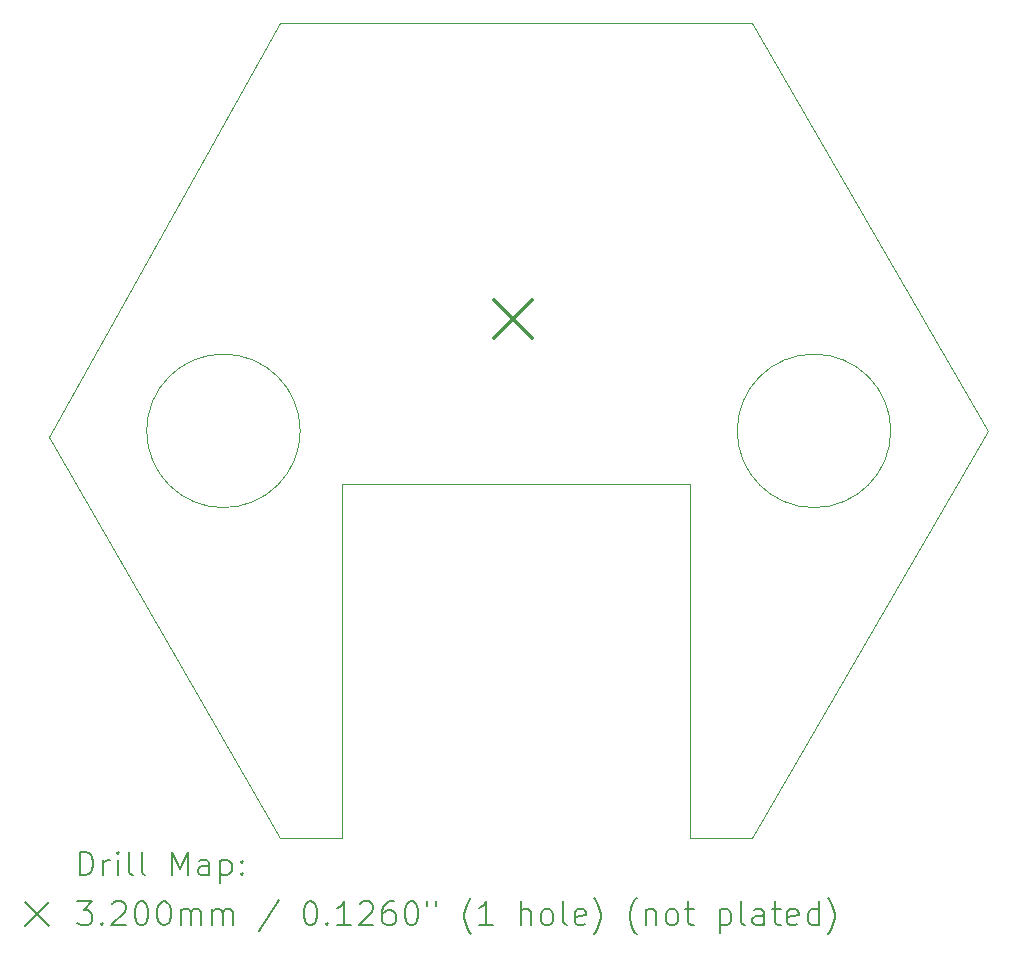
<source format=gbr>
%TF.GenerationSoftware,KiCad,Pcbnew,9.0.6*%
%TF.CreationDate,2025-11-24T14:03:00+01:00*%
%TF.ProjectId,hex-dna,6865782d-646e-4612-9e6b-696361645f70,rev?*%
%TF.SameCoordinates,Original*%
%TF.FileFunction,Drillmap*%
%TF.FilePolarity,Positive*%
%FSLAX45Y45*%
G04 Gerber Fmt 4.5, Leading zero omitted, Abs format (unit mm)*
G04 Created by KiCad (PCBNEW 9.0.6) date 2025-11-24 14:03:00*
%MOMM*%
%LPD*%
G01*
G04 APERTURE LIST*
%ADD10C,0.050000*%
%ADD11C,0.200000*%
%ADD12C,0.320000*%
G04 APERTURE END LIST*
D10*
X10025000Y-5300000D02*
X8025000Y-8750000D01*
X4550000Y-5750000D02*
X4550000Y-8750000D01*
X4550000Y-8750000D02*
X4025000Y-8750000D01*
X7500000Y-8750000D02*
X7500000Y-5750000D01*
X2075000Y-5350000D02*
X4025000Y-1850000D01*
X7500000Y-5750000D02*
X4550000Y-5750000D01*
X4025000Y-1850000D02*
X8025000Y-1850000D01*
X4025000Y-8750000D02*
X2075000Y-5350000D01*
X4200000Y-5300000D02*
G75*
G02*
X2900000Y-5300000I-650000J0D01*
G01*
X2900000Y-5300000D02*
G75*
G02*
X4200000Y-5300000I650000J0D01*
G01*
X8025000Y-1850000D02*
X10025000Y-5300000D01*
X9200000Y-5300000D02*
G75*
G02*
X7900000Y-5300000I-650000J0D01*
G01*
X7900000Y-5300000D02*
G75*
G02*
X9200000Y-5300000I650000J0D01*
G01*
X8025000Y-8750000D02*
X7500000Y-8750000D01*
D11*
D12*
X5840000Y-4190000D02*
X6160000Y-4510000D01*
X6160000Y-4190000D02*
X5840000Y-4510000D01*
D11*
X2333277Y-9063984D02*
X2333277Y-8863984D01*
X2333277Y-8863984D02*
X2380896Y-8863984D01*
X2380896Y-8863984D02*
X2409467Y-8873508D01*
X2409467Y-8873508D02*
X2428515Y-8892555D01*
X2428515Y-8892555D02*
X2438039Y-8911603D01*
X2438039Y-8911603D02*
X2447563Y-8949698D01*
X2447563Y-8949698D02*
X2447563Y-8978270D01*
X2447563Y-8978270D02*
X2438039Y-9016365D01*
X2438039Y-9016365D02*
X2428515Y-9035412D01*
X2428515Y-9035412D02*
X2409467Y-9054460D01*
X2409467Y-9054460D02*
X2380896Y-9063984D01*
X2380896Y-9063984D02*
X2333277Y-9063984D01*
X2533277Y-9063984D02*
X2533277Y-8930650D01*
X2533277Y-8968746D02*
X2542801Y-8949698D01*
X2542801Y-8949698D02*
X2552324Y-8940174D01*
X2552324Y-8940174D02*
X2571372Y-8930650D01*
X2571372Y-8930650D02*
X2590420Y-8930650D01*
X2657086Y-9063984D02*
X2657086Y-8930650D01*
X2657086Y-8863984D02*
X2647563Y-8873508D01*
X2647563Y-8873508D02*
X2657086Y-8883031D01*
X2657086Y-8883031D02*
X2666610Y-8873508D01*
X2666610Y-8873508D02*
X2657086Y-8863984D01*
X2657086Y-8863984D02*
X2657086Y-8883031D01*
X2780896Y-9063984D02*
X2761848Y-9054460D01*
X2761848Y-9054460D02*
X2752324Y-9035412D01*
X2752324Y-9035412D02*
X2752324Y-8863984D01*
X2885658Y-9063984D02*
X2866610Y-9054460D01*
X2866610Y-9054460D02*
X2857086Y-9035412D01*
X2857086Y-9035412D02*
X2857086Y-8863984D01*
X3114229Y-9063984D02*
X3114229Y-8863984D01*
X3114229Y-8863984D02*
X3180896Y-9006841D01*
X3180896Y-9006841D02*
X3247562Y-8863984D01*
X3247562Y-8863984D02*
X3247562Y-9063984D01*
X3428515Y-9063984D02*
X3428515Y-8959222D01*
X3428515Y-8959222D02*
X3418991Y-8940174D01*
X3418991Y-8940174D02*
X3399943Y-8930650D01*
X3399943Y-8930650D02*
X3361848Y-8930650D01*
X3361848Y-8930650D02*
X3342801Y-8940174D01*
X3428515Y-9054460D02*
X3409467Y-9063984D01*
X3409467Y-9063984D02*
X3361848Y-9063984D01*
X3361848Y-9063984D02*
X3342801Y-9054460D01*
X3342801Y-9054460D02*
X3333277Y-9035412D01*
X3333277Y-9035412D02*
X3333277Y-9016365D01*
X3333277Y-9016365D02*
X3342801Y-8997317D01*
X3342801Y-8997317D02*
X3361848Y-8987793D01*
X3361848Y-8987793D02*
X3409467Y-8987793D01*
X3409467Y-8987793D02*
X3428515Y-8978270D01*
X3523753Y-8930650D02*
X3523753Y-9130650D01*
X3523753Y-8940174D02*
X3542801Y-8930650D01*
X3542801Y-8930650D02*
X3580896Y-8930650D01*
X3580896Y-8930650D02*
X3599943Y-8940174D01*
X3599943Y-8940174D02*
X3609467Y-8949698D01*
X3609467Y-8949698D02*
X3618991Y-8968746D01*
X3618991Y-8968746D02*
X3618991Y-9025889D01*
X3618991Y-9025889D02*
X3609467Y-9044936D01*
X3609467Y-9044936D02*
X3599943Y-9054460D01*
X3599943Y-9054460D02*
X3580896Y-9063984D01*
X3580896Y-9063984D02*
X3542801Y-9063984D01*
X3542801Y-9063984D02*
X3523753Y-9054460D01*
X3704705Y-9044936D02*
X3714229Y-9054460D01*
X3714229Y-9054460D02*
X3704705Y-9063984D01*
X3704705Y-9063984D02*
X3695182Y-9054460D01*
X3695182Y-9054460D02*
X3704705Y-9044936D01*
X3704705Y-9044936D02*
X3704705Y-9063984D01*
X3704705Y-8940174D02*
X3714229Y-8949698D01*
X3714229Y-8949698D02*
X3704705Y-8959222D01*
X3704705Y-8959222D02*
X3695182Y-8949698D01*
X3695182Y-8949698D02*
X3704705Y-8940174D01*
X3704705Y-8940174D02*
X3704705Y-8959222D01*
X1872500Y-9292500D02*
X2072500Y-9492500D01*
X2072500Y-9292500D02*
X1872500Y-9492500D01*
X2314229Y-9283984D02*
X2438039Y-9283984D01*
X2438039Y-9283984D02*
X2371372Y-9360174D01*
X2371372Y-9360174D02*
X2399944Y-9360174D01*
X2399944Y-9360174D02*
X2418991Y-9369698D01*
X2418991Y-9369698D02*
X2428515Y-9379222D01*
X2428515Y-9379222D02*
X2438039Y-9398270D01*
X2438039Y-9398270D02*
X2438039Y-9445889D01*
X2438039Y-9445889D02*
X2428515Y-9464936D01*
X2428515Y-9464936D02*
X2418991Y-9474460D01*
X2418991Y-9474460D02*
X2399944Y-9483984D01*
X2399944Y-9483984D02*
X2342801Y-9483984D01*
X2342801Y-9483984D02*
X2323753Y-9474460D01*
X2323753Y-9474460D02*
X2314229Y-9464936D01*
X2523753Y-9464936D02*
X2533277Y-9474460D01*
X2533277Y-9474460D02*
X2523753Y-9483984D01*
X2523753Y-9483984D02*
X2514229Y-9474460D01*
X2514229Y-9474460D02*
X2523753Y-9464936D01*
X2523753Y-9464936D02*
X2523753Y-9483984D01*
X2609467Y-9303031D02*
X2618991Y-9293508D01*
X2618991Y-9293508D02*
X2638039Y-9283984D01*
X2638039Y-9283984D02*
X2685658Y-9283984D01*
X2685658Y-9283984D02*
X2704705Y-9293508D01*
X2704705Y-9293508D02*
X2714229Y-9303031D01*
X2714229Y-9303031D02*
X2723753Y-9322079D01*
X2723753Y-9322079D02*
X2723753Y-9341127D01*
X2723753Y-9341127D02*
X2714229Y-9369698D01*
X2714229Y-9369698D02*
X2599944Y-9483984D01*
X2599944Y-9483984D02*
X2723753Y-9483984D01*
X2847562Y-9283984D02*
X2866610Y-9283984D01*
X2866610Y-9283984D02*
X2885658Y-9293508D01*
X2885658Y-9293508D02*
X2895182Y-9303031D01*
X2895182Y-9303031D02*
X2904705Y-9322079D01*
X2904705Y-9322079D02*
X2914229Y-9360174D01*
X2914229Y-9360174D02*
X2914229Y-9407793D01*
X2914229Y-9407793D02*
X2904705Y-9445889D01*
X2904705Y-9445889D02*
X2895182Y-9464936D01*
X2895182Y-9464936D02*
X2885658Y-9474460D01*
X2885658Y-9474460D02*
X2866610Y-9483984D01*
X2866610Y-9483984D02*
X2847562Y-9483984D01*
X2847562Y-9483984D02*
X2828515Y-9474460D01*
X2828515Y-9474460D02*
X2818991Y-9464936D01*
X2818991Y-9464936D02*
X2809467Y-9445889D01*
X2809467Y-9445889D02*
X2799943Y-9407793D01*
X2799943Y-9407793D02*
X2799943Y-9360174D01*
X2799943Y-9360174D02*
X2809467Y-9322079D01*
X2809467Y-9322079D02*
X2818991Y-9303031D01*
X2818991Y-9303031D02*
X2828515Y-9293508D01*
X2828515Y-9293508D02*
X2847562Y-9283984D01*
X3038039Y-9283984D02*
X3057086Y-9283984D01*
X3057086Y-9283984D02*
X3076134Y-9293508D01*
X3076134Y-9293508D02*
X3085658Y-9303031D01*
X3085658Y-9303031D02*
X3095182Y-9322079D01*
X3095182Y-9322079D02*
X3104705Y-9360174D01*
X3104705Y-9360174D02*
X3104705Y-9407793D01*
X3104705Y-9407793D02*
X3095182Y-9445889D01*
X3095182Y-9445889D02*
X3085658Y-9464936D01*
X3085658Y-9464936D02*
X3076134Y-9474460D01*
X3076134Y-9474460D02*
X3057086Y-9483984D01*
X3057086Y-9483984D02*
X3038039Y-9483984D01*
X3038039Y-9483984D02*
X3018991Y-9474460D01*
X3018991Y-9474460D02*
X3009467Y-9464936D01*
X3009467Y-9464936D02*
X2999943Y-9445889D01*
X2999943Y-9445889D02*
X2990420Y-9407793D01*
X2990420Y-9407793D02*
X2990420Y-9360174D01*
X2990420Y-9360174D02*
X2999943Y-9322079D01*
X2999943Y-9322079D02*
X3009467Y-9303031D01*
X3009467Y-9303031D02*
X3018991Y-9293508D01*
X3018991Y-9293508D02*
X3038039Y-9283984D01*
X3190420Y-9483984D02*
X3190420Y-9350650D01*
X3190420Y-9369698D02*
X3199943Y-9360174D01*
X3199943Y-9360174D02*
X3218991Y-9350650D01*
X3218991Y-9350650D02*
X3247563Y-9350650D01*
X3247563Y-9350650D02*
X3266610Y-9360174D01*
X3266610Y-9360174D02*
X3276134Y-9379222D01*
X3276134Y-9379222D02*
X3276134Y-9483984D01*
X3276134Y-9379222D02*
X3285658Y-9360174D01*
X3285658Y-9360174D02*
X3304705Y-9350650D01*
X3304705Y-9350650D02*
X3333277Y-9350650D01*
X3333277Y-9350650D02*
X3352324Y-9360174D01*
X3352324Y-9360174D02*
X3361848Y-9379222D01*
X3361848Y-9379222D02*
X3361848Y-9483984D01*
X3457086Y-9483984D02*
X3457086Y-9350650D01*
X3457086Y-9369698D02*
X3466610Y-9360174D01*
X3466610Y-9360174D02*
X3485658Y-9350650D01*
X3485658Y-9350650D02*
X3514229Y-9350650D01*
X3514229Y-9350650D02*
X3533277Y-9360174D01*
X3533277Y-9360174D02*
X3542801Y-9379222D01*
X3542801Y-9379222D02*
X3542801Y-9483984D01*
X3542801Y-9379222D02*
X3552324Y-9360174D01*
X3552324Y-9360174D02*
X3571372Y-9350650D01*
X3571372Y-9350650D02*
X3599943Y-9350650D01*
X3599943Y-9350650D02*
X3618991Y-9360174D01*
X3618991Y-9360174D02*
X3628515Y-9379222D01*
X3628515Y-9379222D02*
X3628515Y-9483984D01*
X4018991Y-9274460D02*
X3847563Y-9531603D01*
X4276134Y-9283984D02*
X4295182Y-9283984D01*
X4295182Y-9283984D02*
X4314229Y-9293508D01*
X4314229Y-9293508D02*
X4323753Y-9303031D01*
X4323753Y-9303031D02*
X4333277Y-9322079D01*
X4333277Y-9322079D02*
X4342801Y-9360174D01*
X4342801Y-9360174D02*
X4342801Y-9407793D01*
X4342801Y-9407793D02*
X4333277Y-9445889D01*
X4333277Y-9445889D02*
X4323753Y-9464936D01*
X4323753Y-9464936D02*
X4314229Y-9474460D01*
X4314229Y-9474460D02*
X4295182Y-9483984D01*
X4295182Y-9483984D02*
X4276134Y-9483984D01*
X4276134Y-9483984D02*
X4257087Y-9474460D01*
X4257087Y-9474460D02*
X4247563Y-9464936D01*
X4247563Y-9464936D02*
X4238039Y-9445889D01*
X4238039Y-9445889D02*
X4228515Y-9407793D01*
X4228515Y-9407793D02*
X4228515Y-9360174D01*
X4228515Y-9360174D02*
X4238039Y-9322079D01*
X4238039Y-9322079D02*
X4247563Y-9303031D01*
X4247563Y-9303031D02*
X4257087Y-9293508D01*
X4257087Y-9293508D02*
X4276134Y-9283984D01*
X4428515Y-9464936D02*
X4438039Y-9474460D01*
X4438039Y-9474460D02*
X4428515Y-9483984D01*
X4428515Y-9483984D02*
X4418991Y-9474460D01*
X4418991Y-9474460D02*
X4428515Y-9464936D01*
X4428515Y-9464936D02*
X4428515Y-9483984D01*
X4628515Y-9483984D02*
X4514229Y-9483984D01*
X4571372Y-9483984D02*
X4571372Y-9283984D01*
X4571372Y-9283984D02*
X4552325Y-9312555D01*
X4552325Y-9312555D02*
X4533277Y-9331603D01*
X4533277Y-9331603D02*
X4514229Y-9341127D01*
X4704706Y-9303031D02*
X4714229Y-9293508D01*
X4714229Y-9293508D02*
X4733277Y-9283984D01*
X4733277Y-9283984D02*
X4780896Y-9283984D01*
X4780896Y-9283984D02*
X4799944Y-9293508D01*
X4799944Y-9293508D02*
X4809468Y-9303031D01*
X4809468Y-9303031D02*
X4818991Y-9322079D01*
X4818991Y-9322079D02*
X4818991Y-9341127D01*
X4818991Y-9341127D02*
X4809468Y-9369698D01*
X4809468Y-9369698D02*
X4695182Y-9483984D01*
X4695182Y-9483984D02*
X4818991Y-9483984D01*
X4990420Y-9283984D02*
X4952325Y-9283984D01*
X4952325Y-9283984D02*
X4933277Y-9293508D01*
X4933277Y-9293508D02*
X4923753Y-9303031D01*
X4923753Y-9303031D02*
X4904706Y-9331603D01*
X4904706Y-9331603D02*
X4895182Y-9369698D01*
X4895182Y-9369698D02*
X4895182Y-9445889D01*
X4895182Y-9445889D02*
X4904706Y-9464936D01*
X4904706Y-9464936D02*
X4914229Y-9474460D01*
X4914229Y-9474460D02*
X4933277Y-9483984D01*
X4933277Y-9483984D02*
X4971372Y-9483984D01*
X4971372Y-9483984D02*
X4990420Y-9474460D01*
X4990420Y-9474460D02*
X4999944Y-9464936D01*
X4999944Y-9464936D02*
X5009468Y-9445889D01*
X5009468Y-9445889D02*
X5009468Y-9398270D01*
X5009468Y-9398270D02*
X4999944Y-9379222D01*
X4999944Y-9379222D02*
X4990420Y-9369698D01*
X4990420Y-9369698D02*
X4971372Y-9360174D01*
X4971372Y-9360174D02*
X4933277Y-9360174D01*
X4933277Y-9360174D02*
X4914229Y-9369698D01*
X4914229Y-9369698D02*
X4904706Y-9379222D01*
X4904706Y-9379222D02*
X4895182Y-9398270D01*
X5133277Y-9283984D02*
X5152325Y-9283984D01*
X5152325Y-9283984D02*
X5171372Y-9293508D01*
X5171372Y-9293508D02*
X5180896Y-9303031D01*
X5180896Y-9303031D02*
X5190420Y-9322079D01*
X5190420Y-9322079D02*
X5199944Y-9360174D01*
X5199944Y-9360174D02*
X5199944Y-9407793D01*
X5199944Y-9407793D02*
X5190420Y-9445889D01*
X5190420Y-9445889D02*
X5180896Y-9464936D01*
X5180896Y-9464936D02*
X5171372Y-9474460D01*
X5171372Y-9474460D02*
X5152325Y-9483984D01*
X5152325Y-9483984D02*
X5133277Y-9483984D01*
X5133277Y-9483984D02*
X5114229Y-9474460D01*
X5114229Y-9474460D02*
X5104706Y-9464936D01*
X5104706Y-9464936D02*
X5095182Y-9445889D01*
X5095182Y-9445889D02*
X5085658Y-9407793D01*
X5085658Y-9407793D02*
X5085658Y-9360174D01*
X5085658Y-9360174D02*
X5095182Y-9322079D01*
X5095182Y-9322079D02*
X5104706Y-9303031D01*
X5104706Y-9303031D02*
X5114229Y-9293508D01*
X5114229Y-9293508D02*
X5133277Y-9283984D01*
X5276134Y-9283984D02*
X5276134Y-9322079D01*
X5352325Y-9283984D02*
X5352325Y-9322079D01*
X5647563Y-9560174D02*
X5638039Y-9550650D01*
X5638039Y-9550650D02*
X5618991Y-9522079D01*
X5618991Y-9522079D02*
X5609468Y-9503031D01*
X5609468Y-9503031D02*
X5599944Y-9474460D01*
X5599944Y-9474460D02*
X5590420Y-9426841D01*
X5590420Y-9426841D02*
X5590420Y-9388746D01*
X5590420Y-9388746D02*
X5599944Y-9341127D01*
X5599944Y-9341127D02*
X5609468Y-9312555D01*
X5609468Y-9312555D02*
X5618991Y-9293508D01*
X5618991Y-9293508D02*
X5638039Y-9264936D01*
X5638039Y-9264936D02*
X5647563Y-9255412D01*
X5828515Y-9483984D02*
X5714229Y-9483984D01*
X5771372Y-9483984D02*
X5771372Y-9283984D01*
X5771372Y-9283984D02*
X5752325Y-9312555D01*
X5752325Y-9312555D02*
X5733277Y-9331603D01*
X5733277Y-9331603D02*
X5714229Y-9341127D01*
X6066610Y-9483984D02*
X6066610Y-9283984D01*
X6152325Y-9483984D02*
X6152325Y-9379222D01*
X6152325Y-9379222D02*
X6142801Y-9360174D01*
X6142801Y-9360174D02*
X6123753Y-9350650D01*
X6123753Y-9350650D02*
X6095182Y-9350650D01*
X6095182Y-9350650D02*
X6076134Y-9360174D01*
X6076134Y-9360174D02*
X6066610Y-9369698D01*
X6276134Y-9483984D02*
X6257087Y-9474460D01*
X6257087Y-9474460D02*
X6247563Y-9464936D01*
X6247563Y-9464936D02*
X6238039Y-9445889D01*
X6238039Y-9445889D02*
X6238039Y-9388746D01*
X6238039Y-9388746D02*
X6247563Y-9369698D01*
X6247563Y-9369698D02*
X6257087Y-9360174D01*
X6257087Y-9360174D02*
X6276134Y-9350650D01*
X6276134Y-9350650D02*
X6304706Y-9350650D01*
X6304706Y-9350650D02*
X6323753Y-9360174D01*
X6323753Y-9360174D02*
X6333277Y-9369698D01*
X6333277Y-9369698D02*
X6342801Y-9388746D01*
X6342801Y-9388746D02*
X6342801Y-9445889D01*
X6342801Y-9445889D02*
X6333277Y-9464936D01*
X6333277Y-9464936D02*
X6323753Y-9474460D01*
X6323753Y-9474460D02*
X6304706Y-9483984D01*
X6304706Y-9483984D02*
X6276134Y-9483984D01*
X6457087Y-9483984D02*
X6438039Y-9474460D01*
X6438039Y-9474460D02*
X6428515Y-9455412D01*
X6428515Y-9455412D02*
X6428515Y-9283984D01*
X6609468Y-9474460D02*
X6590420Y-9483984D01*
X6590420Y-9483984D02*
X6552325Y-9483984D01*
X6552325Y-9483984D02*
X6533277Y-9474460D01*
X6533277Y-9474460D02*
X6523753Y-9455412D01*
X6523753Y-9455412D02*
X6523753Y-9379222D01*
X6523753Y-9379222D02*
X6533277Y-9360174D01*
X6533277Y-9360174D02*
X6552325Y-9350650D01*
X6552325Y-9350650D02*
X6590420Y-9350650D01*
X6590420Y-9350650D02*
X6609468Y-9360174D01*
X6609468Y-9360174D02*
X6618991Y-9379222D01*
X6618991Y-9379222D02*
X6618991Y-9398270D01*
X6618991Y-9398270D02*
X6523753Y-9417317D01*
X6685658Y-9560174D02*
X6695182Y-9550650D01*
X6695182Y-9550650D02*
X6714230Y-9522079D01*
X6714230Y-9522079D02*
X6723753Y-9503031D01*
X6723753Y-9503031D02*
X6733277Y-9474460D01*
X6733277Y-9474460D02*
X6742801Y-9426841D01*
X6742801Y-9426841D02*
X6742801Y-9388746D01*
X6742801Y-9388746D02*
X6733277Y-9341127D01*
X6733277Y-9341127D02*
X6723753Y-9312555D01*
X6723753Y-9312555D02*
X6714230Y-9293508D01*
X6714230Y-9293508D02*
X6695182Y-9264936D01*
X6695182Y-9264936D02*
X6685658Y-9255412D01*
X7047563Y-9560174D02*
X7038039Y-9550650D01*
X7038039Y-9550650D02*
X7018991Y-9522079D01*
X7018991Y-9522079D02*
X7009468Y-9503031D01*
X7009468Y-9503031D02*
X6999944Y-9474460D01*
X6999944Y-9474460D02*
X6990420Y-9426841D01*
X6990420Y-9426841D02*
X6990420Y-9388746D01*
X6990420Y-9388746D02*
X6999944Y-9341127D01*
X6999944Y-9341127D02*
X7009468Y-9312555D01*
X7009468Y-9312555D02*
X7018991Y-9293508D01*
X7018991Y-9293508D02*
X7038039Y-9264936D01*
X7038039Y-9264936D02*
X7047563Y-9255412D01*
X7123753Y-9350650D02*
X7123753Y-9483984D01*
X7123753Y-9369698D02*
X7133277Y-9360174D01*
X7133277Y-9360174D02*
X7152325Y-9350650D01*
X7152325Y-9350650D02*
X7180896Y-9350650D01*
X7180896Y-9350650D02*
X7199944Y-9360174D01*
X7199944Y-9360174D02*
X7209468Y-9379222D01*
X7209468Y-9379222D02*
X7209468Y-9483984D01*
X7333277Y-9483984D02*
X7314230Y-9474460D01*
X7314230Y-9474460D02*
X7304706Y-9464936D01*
X7304706Y-9464936D02*
X7295182Y-9445889D01*
X7295182Y-9445889D02*
X7295182Y-9388746D01*
X7295182Y-9388746D02*
X7304706Y-9369698D01*
X7304706Y-9369698D02*
X7314230Y-9360174D01*
X7314230Y-9360174D02*
X7333277Y-9350650D01*
X7333277Y-9350650D02*
X7361849Y-9350650D01*
X7361849Y-9350650D02*
X7380896Y-9360174D01*
X7380896Y-9360174D02*
X7390420Y-9369698D01*
X7390420Y-9369698D02*
X7399944Y-9388746D01*
X7399944Y-9388746D02*
X7399944Y-9445889D01*
X7399944Y-9445889D02*
X7390420Y-9464936D01*
X7390420Y-9464936D02*
X7380896Y-9474460D01*
X7380896Y-9474460D02*
X7361849Y-9483984D01*
X7361849Y-9483984D02*
X7333277Y-9483984D01*
X7457087Y-9350650D02*
X7533277Y-9350650D01*
X7485658Y-9283984D02*
X7485658Y-9455412D01*
X7485658Y-9455412D02*
X7495182Y-9474460D01*
X7495182Y-9474460D02*
X7514230Y-9483984D01*
X7514230Y-9483984D02*
X7533277Y-9483984D01*
X7752325Y-9350650D02*
X7752325Y-9550650D01*
X7752325Y-9360174D02*
X7771372Y-9350650D01*
X7771372Y-9350650D02*
X7809468Y-9350650D01*
X7809468Y-9350650D02*
X7828515Y-9360174D01*
X7828515Y-9360174D02*
X7838039Y-9369698D01*
X7838039Y-9369698D02*
X7847563Y-9388746D01*
X7847563Y-9388746D02*
X7847563Y-9445889D01*
X7847563Y-9445889D02*
X7838039Y-9464936D01*
X7838039Y-9464936D02*
X7828515Y-9474460D01*
X7828515Y-9474460D02*
X7809468Y-9483984D01*
X7809468Y-9483984D02*
X7771372Y-9483984D01*
X7771372Y-9483984D02*
X7752325Y-9474460D01*
X7961849Y-9483984D02*
X7942801Y-9474460D01*
X7942801Y-9474460D02*
X7933277Y-9455412D01*
X7933277Y-9455412D02*
X7933277Y-9283984D01*
X8123753Y-9483984D02*
X8123753Y-9379222D01*
X8123753Y-9379222D02*
X8114230Y-9360174D01*
X8114230Y-9360174D02*
X8095182Y-9350650D01*
X8095182Y-9350650D02*
X8057087Y-9350650D01*
X8057087Y-9350650D02*
X8038039Y-9360174D01*
X8123753Y-9474460D02*
X8104706Y-9483984D01*
X8104706Y-9483984D02*
X8057087Y-9483984D01*
X8057087Y-9483984D02*
X8038039Y-9474460D01*
X8038039Y-9474460D02*
X8028515Y-9455412D01*
X8028515Y-9455412D02*
X8028515Y-9436365D01*
X8028515Y-9436365D02*
X8038039Y-9417317D01*
X8038039Y-9417317D02*
X8057087Y-9407793D01*
X8057087Y-9407793D02*
X8104706Y-9407793D01*
X8104706Y-9407793D02*
X8123753Y-9398270D01*
X8190420Y-9350650D02*
X8266611Y-9350650D01*
X8218992Y-9283984D02*
X8218992Y-9455412D01*
X8218992Y-9455412D02*
X8228515Y-9474460D01*
X8228515Y-9474460D02*
X8247563Y-9483984D01*
X8247563Y-9483984D02*
X8266611Y-9483984D01*
X8409468Y-9474460D02*
X8390420Y-9483984D01*
X8390420Y-9483984D02*
X8352325Y-9483984D01*
X8352325Y-9483984D02*
X8333277Y-9474460D01*
X8333277Y-9474460D02*
X8323753Y-9455412D01*
X8323753Y-9455412D02*
X8323753Y-9379222D01*
X8323753Y-9379222D02*
X8333277Y-9360174D01*
X8333277Y-9360174D02*
X8352325Y-9350650D01*
X8352325Y-9350650D02*
X8390420Y-9350650D01*
X8390420Y-9350650D02*
X8409468Y-9360174D01*
X8409468Y-9360174D02*
X8418992Y-9379222D01*
X8418992Y-9379222D02*
X8418992Y-9398270D01*
X8418992Y-9398270D02*
X8323753Y-9417317D01*
X8590420Y-9483984D02*
X8590420Y-9283984D01*
X8590420Y-9474460D02*
X8571373Y-9483984D01*
X8571373Y-9483984D02*
X8533277Y-9483984D01*
X8533277Y-9483984D02*
X8514230Y-9474460D01*
X8514230Y-9474460D02*
X8504706Y-9464936D01*
X8504706Y-9464936D02*
X8495182Y-9445889D01*
X8495182Y-9445889D02*
X8495182Y-9388746D01*
X8495182Y-9388746D02*
X8504706Y-9369698D01*
X8504706Y-9369698D02*
X8514230Y-9360174D01*
X8514230Y-9360174D02*
X8533277Y-9350650D01*
X8533277Y-9350650D02*
X8571373Y-9350650D01*
X8571373Y-9350650D02*
X8590420Y-9360174D01*
X8666611Y-9560174D02*
X8676135Y-9550650D01*
X8676135Y-9550650D02*
X8695182Y-9522079D01*
X8695182Y-9522079D02*
X8704706Y-9503031D01*
X8704706Y-9503031D02*
X8714230Y-9474460D01*
X8714230Y-9474460D02*
X8723754Y-9426841D01*
X8723754Y-9426841D02*
X8723754Y-9388746D01*
X8723754Y-9388746D02*
X8714230Y-9341127D01*
X8714230Y-9341127D02*
X8704706Y-9312555D01*
X8704706Y-9312555D02*
X8695182Y-9293508D01*
X8695182Y-9293508D02*
X8676135Y-9264936D01*
X8676135Y-9264936D02*
X8666611Y-9255412D01*
M02*

</source>
